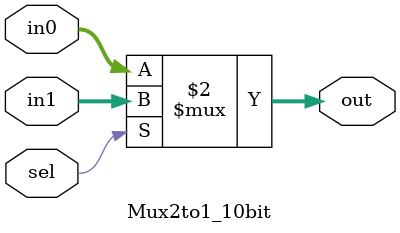
<source format=v>
 module Mux2to1_10bit(
    input [9:0] in0,    // First 10-bit input bus
    input [9:0] in1,    // Second 10-bit input bus
    input sel,          // Select line (1 bit)
    output [9:0] out    // 10-bit output bus
);

    // Assign the output based on the value of the select line
    assign out = (sel == 1'b0) ? in0 : in1;

endmodule

</source>
